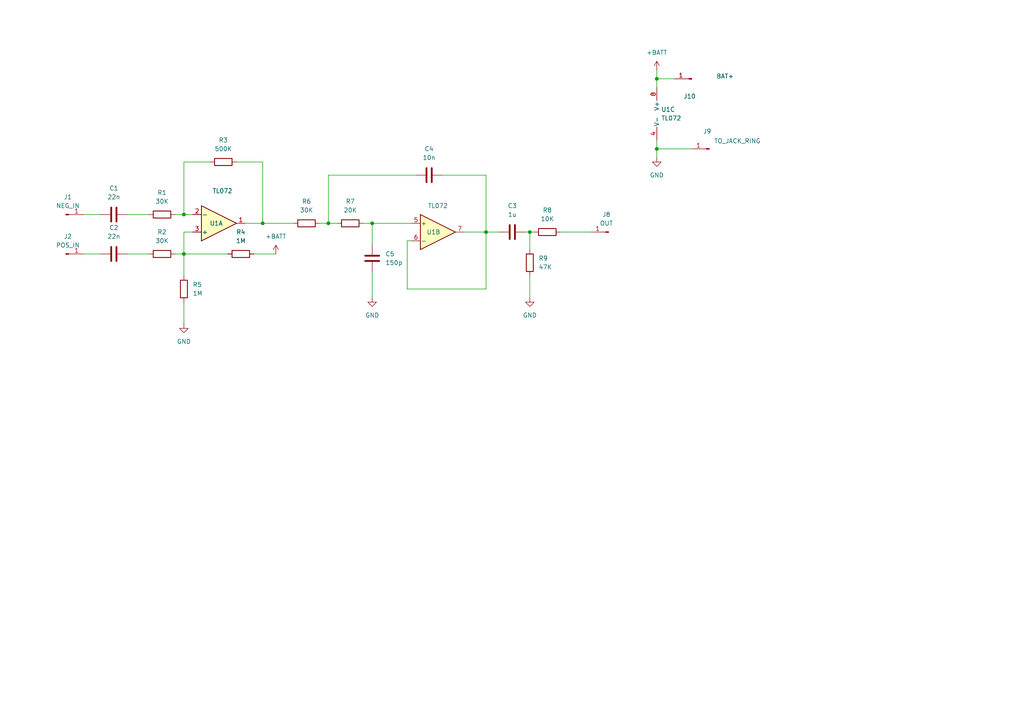
<source format=kicad_sch>
(kicad_sch (version 20231120) (generator "eeschema") (generator_version "8.0")
  (paper "A4")
  (lib_symbols
    (symbol "Amplifier_Operational:TL072" (pin_names (offset 0.127))
      (property "Reference" "U" (at 0 5.08 0))
      (property "Value" "TL072" (at 0 -5.08 0))
      (symbol "TL072_1_1"
        (polyline (pts (xy -5.08 5.08) (xy 5.08 0) (xy -5.08 -5.08) (xy -5.08 5.08)) (stroke (width 0.254)) (fill (type background)))
        (pin output line (at 7.62 0 180) (length 2.54) (name "~") (number "1"))
        (pin input line (at -7.62 -2.54 0) (length 2.54) (name "-") (number "2"))
        (pin input line (at -7.62 2.54 0) (length 2.54) (name "+") (number "3"))
      )
      (symbol "TL072_2_1"
        (polyline (pts (xy -5.08 5.08) (xy 5.08 0) (xy -5.08 -5.08) (xy -5.08 5.08)) (stroke (width 0.254)) (fill (type background)))
        (pin input line (at -7.62 2.54 0) (length 2.54) (name "+") (number "5"))
        (pin input line (at -7.62 -2.54 0) (length 2.54) (name "-") (number "6"))
        (pin output line (at 7.62 0 180) (length 2.54) (name "~") (number "7"))
      )
      (symbol "TL072_3_1"
        (pin power_in line (at -2.54 -7.62 90) (length 3.81) (name "V-") (number "4"))
        (pin power_in line (at -2.54 7.62 270) (length 3.81) (name "V+") (number "8"))
      )
    )
    (symbol "Connector:Conn_01x01_Pin" (pin_names (offset 1.016) hide)
      (property "Reference" "J" (at 0 2.54 0))
      (property "Value" "Conn_01x01_Pin" (at 0 -2.54 0))
      (symbol "Conn_01x01_Pin_1_1"
        (polyline (pts (xy 1.27 0) (xy 0.8636 0)) (stroke (width 0.1524)))
        (rectangle (start 0.8636 0.127) (end 0 -0.127) (stroke (width 0.1524)) (fill (type outline)))
        (pin passive line (at 5.08 0 180) (length 3.81) (name "Pin_1") (number "1"))
      )
    )
    (symbol "Device:C" (pin_numbers hide) (pin_names (offset 0.254))
      (property "Reference" "C" (at 0.635 2.54 0))
      (property "Value" "C" (at 0.635 -2.54 0))
      (symbol "C_0_1"
        (polyline (pts (xy -2.032 -0.762) (xy 2.032 -0.762)) (stroke (width 0.508)))
        (polyline (pts (xy -2.032 0.762) (xy 2.032 0.762)) (stroke (width 0.508)))
      )
      (symbol "C_1_1"
        (pin passive line (at 0 3.81 270) (length 2.794) (name "~") (number "1"))
        (pin passive line (at 0 -3.81 90) (length 2.794) (name "~") (number "2"))
      )
    )
    (symbol "Device:R" (pin_numbers hide) (pin_names (offset 0))
      (property "Reference" "R" (at 2.032 0 90))
      (property "Value" "R" (at 0 0 90))
      (symbol "R_0_1"
        (rectangle (start -1.016 -2.54) (end 1.016 2.54) (stroke (width 0.254)))
      )
      (symbol "R_1_1"
        (pin passive line (at 0 3.81 270) (length 1.27) (name "~") (number "1"))
        (pin passive line (at 0 -3.81 90) (length 1.27) (name "~") (number "2"))
      )
    )
    (symbol "power:+BATT" (power) (pin_numbers hide) (pin_names (offset 0) hide)
      (property "Value" "+BATT" (at 0 3.556 0))
      (symbol "+BATT_0_1"
        (polyline (pts (xy -0.762 1.27) (xy 0 2.54)))
        (polyline (pts (xy 0 0) (xy 0 2.54)))
        (polyline (pts (xy 0 2.54) (xy 0.762 1.27)))
      )
      (symbol "+BATT_1_1"
        (pin power_in line (at 0 0 90) (length 0) (name "~") (number "1"))
      )
    )
    (symbol "power:GND" (power) (pin_numbers hide) (pin_names (offset 0) hide)
      (property "Value" "GND" (at 0 -3.81 0))
      (symbol "GND_0_1"
        (polyline (pts (xy 0 0) (xy 0 -1.27) (xy 1.27 -1.27) (xy 0 -2.54) (xy -1.27 -1.27) (xy 0 -1.27)))
      )
      (symbol "GND_1_1"
        (pin power_in line (at 0 0 270) (length 0) (name "~") (number "1"))
      )
    )
  )
  (junction (at 140.97 67.31))
  (junction (at 76.2 64.77))
  (junction (at 53.34 73.66))
  (junction (at 190.5 43.18))
  (junction (at 95.25 64.77))
  (junction (at 53.34 62.23))
  (junction (at 190.5 22.86))
  (junction (at 153.67 67.31))
  (junction (at 107.95 64.77))
  (wire (pts (xy 140.97 83.82) (xy 140.97 67.31)))
  (wire (pts (xy 107.95 78.74) (xy 107.95 86.36)))
  (wire (pts (xy 153.67 67.31) (xy 153.67 72.39)))
  (wire (pts (xy 107.95 64.77) (xy 107.95 71.12)))
  (wire (pts (xy 53.34 87.63) (xy 53.34 93.98)))
  (wire (pts (xy 66.04 73.66) (xy 53.34 73.66)))
  (wire (pts (xy 76.2 46.99) (xy 76.2 64.77)))
  (wire (pts (xy 153.67 80.01) (xy 153.67 86.36)))
  (wire (pts (xy 36.83 62.23) (xy 43.18 62.23)))
  (wire (pts (xy 73.66 73.66) (xy 80.01 73.66)))
  (wire (pts (xy 128.27 50.8) (xy 140.97 50.8)))
  (wire (pts (xy 95.25 50.8) (xy 95.25 64.77)))
  (wire (pts (xy 53.34 46.99) (xy 53.34 62.23)))
  (wire (pts (xy 95.25 64.77) (xy 97.79 64.77)))
  (wire (pts (xy 162.56 67.31) (xy 171.45 67.31)))
  (wire (pts (xy 190.5 43.18) (xy 190.5 45.72)))
  (wire (pts (xy 76.2 64.77) (xy 85.09 64.77)))
  (wire (pts (xy 118.11 83.82) (xy 140.97 83.82)))
  (wire (pts (xy 190.5 22.86) (xy 195.58 22.86)))
  (wire (pts (xy 24.13 62.23) (xy 29.21 62.23)))
  (wire (pts (xy 190.5 20.32) (xy 190.5 22.86)))
  (wire (pts (xy 24.13 73.66) (xy 29.21 73.66)))
  (wire (pts (xy 55.88 62.23) (xy 53.34 62.23)))
  (wire (pts (xy 53.34 67.31) (xy 55.88 67.31)))
  (wire (pts (xy 190.5 22.86) (xy 190.5 25.4)))
  (wire (pts (xy 140.97 50.8) (xy 140.97 67.31)))
  (wire (pts (xy 118.11 69.85) (xy 118.11 83.82)))
  (wire (pts (xy 71.12 64.77) (xy 76.2 64.77)))
  (wire (pts (xy 119.38 69.85) (xy 118.11 69.85)))
  (wire (pts (xy 107.95 64.77) (xy 119.38 64.77)))
  (wire (pts (xy 92.71 64.77) (xy 95.25 64.77)))
  (wire (pts (xy 190.5 40.64) (xy 190.5 43.18)))
  (wire (pts (xy 190.5 43.18) (xy 200.66 43.18)))
  (wire (pts (xy 120.65 50.8) (xy 95.25 50.8)))
  (wire (pts (xy 152.4 67.31) (xy 153.67 67.31)))
  (wire (pts (xy 140.97 67.31) (xy 144.78 67.31)))
  (wire (pts (xy 50.8 62.23) (xy 53.34 62.23)))
  (wire (pts (xy 60.96 46.99) (xy 53.34 46.99)))
  (wire (pts (xy 53.34 73.66) (xy 53.34 80.01)))
  (wire (pts (xy 36.83 73.66) (xy 43.18 73.66)))
  (wire (pts (xy 153.67 67.31) (xy 154.94 67.31)))
  (wire (pts (xy 140.97 67.31) (xy 134.62 67.31)))
  (wire (pts (xy 50.8 73.66) (xy 53.34 73.66)))
  (wire (pts (xy 68.58 46.99) (xy 76.2 46.99)))
  (wire (pts (xy 53.34 73.66) (xy 53.34 67.31)))
  (wire (pts (xy 105.41 64.77) (xy 107.95 64.77)))
  (symbol (lib_id "Connector:Conn_01x01_Pin") (at 19.05 73.66 0) (unit 1)
    (property "Reference" "J2" (at 19.685 68.58 0))
    (property "Value" "POS_IN" (at 19.685 71.12 0))
    (property "Description" "Generic connector, single row, 01x01, script generated" (effects (hide yes)))
  )
  (symbol (lib_id "Amplifier_Operational:TL072") (at 63.5 64.77 0) (mirror x) (unit 1)
    (property "Reference" "U1" (at 62.738 64.77 0))
    (property "Value" "TL072" (at 64.516 55.372 0))
    (property "Datasheet" "http://www.ti.com/lit/ds/symlink/tl071.pdf" (effects (hide yes)))
    (property "Description" "Dual Low-Noise JFET-Input Operational Amplifiers, DIP-8/SOIC-8" (effects (hide yes)))
  )
  (symbol (lib_id "Device:R") (at 101.6 64.77 270) (unit 1)
    (property "Reference" "R7" (at 101.6 58.42 90))
    (property "Value" "20K" (at 101.6 60.96 90))
    (property "Description" "Resistor" (effects (hide yes)))
  )
  (symbol (lib_id "Amplifier_Operational:TL072") (at 127 67.31 0) (unit 2)
    (property "Reference" "U1" (at 125.73 67.31 0))
    (property "Value" "TL072" (at 127 59.69 0))
    (property "Datasheet" "http://www.ti.com/lit/ds/symlink/tl071.pdf" (effects (hide yes)))
    (property "Description" "Dual Low-Noise JFET-Input Operational Amplifiers, DIP-8/SOIC-8" (effects (hide yes)))
  )
  (symbol (lib_id "Device:R") (at 69.85 73.66 90) (unit 1)
    (property "Reference" "R4" (at 69.85 67.31 90))
    (property "Value" "1M" (at 69.85 69.85 90))
    (property "Description" "Resistor" (effects (hide yes)))
  )
  (symbol (lib_id "power:+BATT") (at 190.5 20.32 0) (unit 1)
    (property "Reference" "#PWR05" (effects (hide yes)))
    (property "Value" "+BATT" (at 190.5 15.24 0))
    (property "Description" "Power symbol creates a global label with name \"+BATT\"" (effects (hide yes)))
  )
  (symbol (lib_id "Device:R") (at 46.99 62.23 90) (unit 1)
    (property "Reference" "R1" (at 46.99 55.88 90))
    (property "Value" "30K" (at 46.99 58.42 90))
    (property "Description" "Resistor" (effects (hide yes)))
  )
  (symbol (lib_id "power:GND") (at 53.34 93.98 0) (unit 1)
    (property "Reference" "#PWR03" (effects (hide yes)))
    (property "Value" "GND" (at 53.34 99.06 0))
    (property "Description" "Power symbol creates a global label with name \"GND\" , ground" (effects (hide yes)))
  )
  (symbol (lib_id "Device:R") (at 153.67 76.2 180) (unit 1)
    (property "Reference" "R9" (at 156.21 74.9299 0) (effects (justify right)))
    (property "Value" "47K" (at 156.21 77.4699 0) (effects (justify right)))
    (property "Description" "Resistor" (effects (hide yes)))
  )
  (symbol (lib_id "Device:C") (at 33.02 73.66 90) (unit 1)
    (property "Reference" "C2" (at 33.02 66.04 90))
    (property "Value" "22n" (at 33.02 68.58 90))
    (property "Description" "Unpolarized capacitor" (effects (hide yes)))
  )
  (symbol (lib_id "Device:C") (at 124.46 50.8 90) (unit 1)
    (property "Reference" "C4" (at 124.46 43.18 90))
    (property "Value" "10n" (at 124.46 45.72 90))
    (property "Description" "Unpolarized capacitor" (effects (hide yes)))
  )
  (symbol (lib_id "Device:C") (at 33.02 62.23 90) (unit 1)
    (property "Reference" "C1" (at 33.02 54.61 90))
    (property "Value" "22n" (at 33.02 57.15 90))
    (property "Description" "Unpolarized capacitor" (effects (hide yes)))
  )
  (symbol (lib_id "power:+BATT") (at 80.01 73.66 0) (unit 1)
    (property "Reference" "#PWR04" (effects (hide yes)))
    (property "Value" "+BATT" (at 80.01 68.58 0))
    (property "Description" "Power symbol creates a global label with name \"+BATT\"" (effects (hide yes)))
  )
  (symbol (lib_id "Connector:Conn_01x01_Pin") (at 200.66 22.86 180) (unit 1)
    (property "Reference" "J10" (at 200.025 27.94 0))
    (property "Value" "BAT+" (at 210.312 22.098 0))
    (property "Description" "Generic connector, single row, 01x01, script generated" (effects (hide yes)))
  )
  (symbol (lib_id "Device:C") (at 148.59 67.31 90) (unit 1)
    (property "Reference" "C3" (at 148.59 59.69 90))
    (property "Value" "1u" (at 148.59 62.23 90))
    (property "Description" "Unpolarized capacitor" (effects (hide yes)))
  )
  (symbol (lib_id "Amplifier_Operational:TL072") (at 193.04 33.02 0) (unit 3)
    (property "Reference" "U1" (at 191.77 31.7499 0) (effects (justify left)))
    (property "Value" "TL072" (at 191.77 34.2899 0) (effects (justify left)))
    (property "Datasheet" "http://www.ti.com/lit/ds/symlink/tl071.pdf" (effects (hide yes)))
    (property "Description" "Dual Low-Noise JFET-Input Operational Amplifiers, DIP-8/SOIC-8" (effects (hide yes)))
  )
  (symbol (lib_id "Device:R") (at 64.77 46.99 90) (unit 1)
    (property "Reference" "R3" (at 64.77 40.64 90))
    (property "Value" "500K" (at 64.77 43.18 90))
    (property "Description" "Resistor" (effects (hide yes)))
  )
  (symbol (lib_id "Connector:Conn_01x01_Pin") (at 176.53 67.31 180) (unit 1)
    (property "Reference" "J8" (at 175.895 62.23 0))
    (property "Value" "OUT" (at 175.895 64.77 0))
    (property "Description" "Generic connector, single row, 01x01, script generated" (effects (hide yes)))
  )
  (symbol (lib_id "power:GND") (at 190.5 45.72 0) (unit 1)
    (property "Reference" "#PWR06" (effects (hide yes)))
    (property "Value" "GND" (at 190.5 50.8 0))
    (property "Description" "Power symbol creates a global label with name \"GND\" , ground" (effects (hide yes)))
  )
  (symbol (lib_id "Device:C") (at 107.95 74.93 180) (unit 1)
    (property "Reference" "C5" (at 111.76 73.6599 0) (effects (justify right)))
    (property "Value" "150p" (at 111.76 76.1999 0) (effects (justify right)))
    (property "Description" "Unpolarized capacitor" (effects (hide yes)))
  )
  (symbol (lib_id "Connector:Conn_01x01_Pin") (at 205.74 43.18 180) (unit 1)
    (property "Reference" "J9" (at 205.105 38.1 0))
    (property "Value" "TO_JACK_RING" (at 213.868 40.894 0))
    (property "Description" "Generic connector, single row, 01x01, script generated" (effects (hide yes)))
  )
  (symbol (lib_id "Device:R") (at 158.75 67.31 90) (unit 1)
    (property "Reference" "R8" (at 158.75 60.96 90))
    (property "Value" "10K" (at 158.75 63.5 90))
    (property "Description" "Resistor" (effects (hide yes)))
  )
  (symbol (lib_id "Device:R") (at 88.9 64.77 270) (unit 1)
    (property "Reference" "R6" (at 88.9 58.42 90))
    (property "Value" "30K" (at 88.9 60.96 90))
    (property "Description" "Resistor" (effects (hide yes)))
  )
  (symbol (lib_id "Connector:Conn_01x01_Pin") (at 19.05 62.23 0) (unit 1)
    (property "Reference" "J1" (at 19.685 57.15 0))
    (property "Value" "NEG_IN" (at 19.685 59.69 0))
    (property "Description" "Generic connector, single row, 01x01, script generated" (effects (hide yes)))
  )
  (symbol (lib_id "power:GND") (at 107.95 86.36 0) (unit 1)
    (property "Reference" "#PWR02" (effects (hide yes)))
    (property "Value" "GND" (at 107.95 91.44 0))
    (property "Description" "Power symbol creates a global label with name \"GND\" , ground" (effects (hide yes)))
  )
  (symbol (lib_id "Device:R") (at 46.99 73.66 90) (unit 1)
    (property "Reference" "R2" (at 46.99 67.31 90))
    (property "Value" "30K" (at 46.99 69.85 90))
    (property "Description" "Resistor" (effects (hide yes)))
  )
  (symbol (lib_id "power:GND") (at 153.67 86.36 0) (unit 1)
    (property "Reference" "#PWR01" (effects (hide yes)))
    (property "Value" "GND" (at 153.67 91.44 0))
    (property "Description" "Power symbol creates a global label with name \"GND\" , ground" (effects (hide yes)))
  )
  (symbol (lib_id "Device:R") (at 53.34 83.82 180) (unit 1)
    (property "Reference" "R5" (at 55.88 82.5499 0) (effects (justify right)))
    (property "Value" "1M" (at 55.88 85.0899 0) (effects (justify right)))
    (property "Description" "Resistor" (effects (hide yes)))
  )
)
</source>
